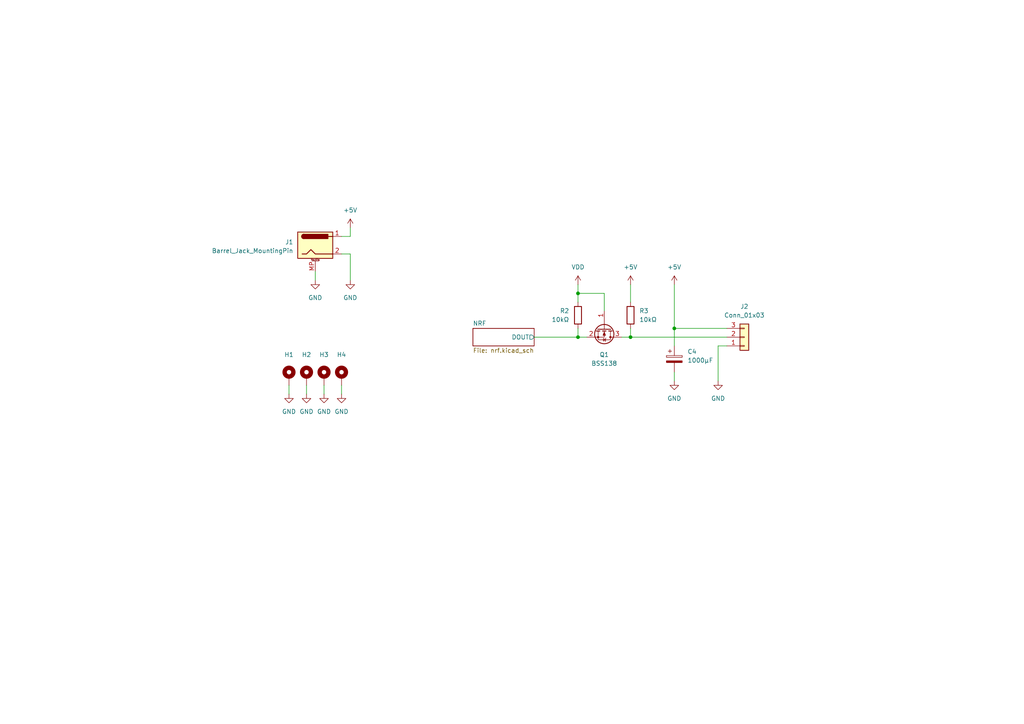
<source format=kicad_sch>
(kicad_sch (version 20230121) (generator eeschema)
  (paper "A4")
  (title_block (title "nrf-lumen") (date "2023-06-11") (rev "1") (company "Leon Rinkel") (comment 1 "leon@rinkel.me") (comment 2 "git.leon.fyi/nrf-lumen"))
  (lib_symbols
    (symbol "Connector:Barrel_Jack_MountingPin" (pin_names hide)
      (property "Reference" "J" (at 0 5.334 0))
      (property "Value" "Barrel_Jack_MountingPin" (at 1.27 -6.35 0))
      (symbol "Barrel_Jack_MountingPin_0_1"
        (rectangle (start -5.08 3.81) (end 5.08 -3.81) (stroke (width 0.254)) (fill (type background)))
        (arc (start -3.302 3.175) (mid -3.9343 2.54) (end -3.302 1.905) (stroke (width 0.254)))
        (arc (start -3.302 3.175) (mid -3.9343 2.54) (end -3.302 1.905) (stroke (width 0.254)) (fill (type outline)))
        (polyline (pts (xy 5.08 2.54) (xy 3.81 2.54)) (stroke (width 0.254)))
        (polyline (pts (xy -3.81 -2.54) (xy -2.54 -2.54) (xy -1.27 -1.27) (xy 0 -2.54) (xy 2.54 -2.54) (xy 5.08 -2.54)) (stroke (width 0.254)))
        (rectangle (start 3.683 3.175) (end -3.302 1.905) (stroke (width 0.254)) (fill (type outline)))
      )
      (symbol "Barrel_Jack_MountingPin_1_1"
        (polyline (pts (xy -1.016 -4.572) (xy 1.016 -4.572)) (stroke (width 0.1524)))
        (text "Mounting" (at 0 -4.191 0) (effects (font (size 0.381 0.381))))
        (pin passive line (at 7.62 2.54 180) (length 2.54) (name "~") (number "1"))
        (pin passive line (at 7.62 -2.54 180) (length 2.54) (name "~") (number "2"))
        (pin passive line (at 0 -7.62 90) (length 3.048) (name "MountPin") (number "MP"))
      )
    )
    (symbol "Connector_Generic:Conn_01x03" (pin_names (offset 1.016) hide)
      (property "Reference" "J" (at 0 5.08 0))
      (property "Value" "Conn_01x03" (at 0 -5.08 0))
      (symbol "Conn_01x03_1_1"
        (rectangle (start -1.27 -2.413) (end 0 -2.667) (stroke (width 0.1524)))
        (rectangle (start -1.27 0.127) (end 0 -0.127) (stroke (width 0.1524)))
        (rectangle (start -1.27 2.667) (end 0 2.413) (stroke (width 0.1524)))
        (rectangle (start -1.27 3.81) (end 1.27 -3.81) (stroke (width 0.254)) (fill (type background)))
        (pin passive line (at -5.08 2.54 0) (length 3.81) (name "Pin_1") (number "1"))
        (pin passive line (at -5.08 0 0) (length 3.81) (name "Pin_2") (number "2"))
        (pin passive line (at -5.08 -2.54 0) (length 3.81) (name "Pin_3") (number "3"))
      )
    )
    (symbol "Device:C_Polarized" (pin_numbers hide) (pin_names (offset 0.254))
      (property "Reference" "C" (at 0.635 2.54 0))
      (property "Value" "C_Polarized" (at 0.635 -2.54 0))
      (symbol "C_Polarized_0_1"
        (rectangle (start -2.286 0.508) (end 2.286 1.016))
        (polyline (pts (xy -1.778 2.286) (xy -0.762 2.286)))
        (polyline (pts (xy -1.27 2.794) (xy -1.27 1.778)))
        (rectangle (start 2.286 -0.508) (end -2.286 -1.016) (fill (type outline)))
      )
      (symbol "C_Polarized_1_1"
        (pin passive line (at 0 3.81 270) (length 2.794) (name "~") (number "1"))
        (pin passive line (at 0 -3.81 90) (length 2.794) (name "~") (number "2"))
      )
    )
    (symbol "Device:R" (pin_numbers hide) (pin_names (offset 0))
      (property "Reference" "R" (at 2.032 0 90))
      (property "Value" "R" (at 0 0 90))
      (symbol "R_0_1"
        (rectangle (start -1.016 -2.54) (end 1.016 2.54) (stroke (width 0.254)))
      )
      (symbol "R_1_1"
        (pin passive line (at 0 3.81 270) (length 1.27) (name "~") (number "1"))
        (pin passive line (at 0 -3.81 90) (length 1.27) (name "~") (number "2"))
      )
    )
    (symbol "Mechanical:MountingHole_Pad" (pin_numbers hide) (pin_names (offset 1.016) hide)
      (property "Reference" "H" (at 0 6.35 0))
      (property "Value" "MountingHole_Pad" (at 0 4.445 0))
      (symbol "MountingHole_Pad_0_1"
        (circle (center 0 1.27) (radius 1.27) (stroke (width 1.27)))
      )
      (symbol "MountingHole_Pad_1_1"
        (pin input line (at 0 -2.54 90) (length 2.54) (name "1") (number "1"))
      )
    )
    (symbol "Transistor_FET:BSS138" (pin_names hide)
      (property "Reference" "Q" (at 5.08 1.905 0))
      (property "Value" "BSS138" (at 5.08 0 0))
      (symbol "BSS138_0_1"
        (polyline (pts (xy 0.254 0) (xy -2.54 0)))
        (polyline (pts (xy 0.254 1.905) (xy 0.254 -1.905)) (stroke (width 0.254)))
        (polyline (pts (xy 0.762 -1.27) (xy 0.762 -2.286)) (stroke (width 0.254)))
        (polyline (pts (xy 0.762 0.508) (xy 0.762 -0.508)) (stroke (width 0.254)))
        (polyline (pts (xy 0.762 2.286) (xy 0.762 1.27)) (stroke (width 0.254)))
        (polyline (pts (xy 2.54 2.54) (xy 2.54 1.778)))
        (polyline (pts (xy 2.54 -2.54) (xy 2.54 0) (xy 0.762 0)))
        (polyline (pts (xy 0.762 -1.778) (xy 3.302 -1.778) (xy 3.302 1.778) (xy 0.762 1.778)))
        (polyline (pts (xy 1.016 0) (xy 2.032 0.381) (xy 2.032 -0.381) (xy 1.016 0)) (fill (type outline)))
        (polyline (pts (xy 2.794 0.508) (xy 2.921 0.381) (xy 3.683 0.381) (xy 3.81 0.254)))
        (polyline (pts (xy 3.302 0.381) (xy 2.921 -0.254) (xy 3.683 -0.254) (xy 3.302 0.381)))
        (circle (center 1.651 0) (radius 2.794) (stroke (width 0.254)))
        (circle (center 2.54 -1.778) (radius 0.254) (fill (type outline)))
        (circle (center 2.54 1.778) (radius 0.254) (fill (type outline)))
      )
      (symbol "BSS138_1_1"
        (pin input line (at -5.08 0 0) (length 2.54) (name "G") (number "1"))
        (pin passive line (at 2.54 -5.08 90) (length 2.54) (name "S") (number "2"))
        (pin passive line (at 2.54 5.08 270) (length 2.54) (name "D") (number "3"))
      )
    )
    (symbol "power:+5V" (power) (pin_names (offset 0))
      (property "Value" "+5V" (at 0 3.556 0))
      (symbol "+5V_0_1"
        (polyline (pts (xy -0.762 1.27) (xy 0 2.54)))
        (polyline (pts (xy 0 0) (xy 0 2.54)))
        (polyline (pts (xy 0 2.54) (xy 0.762 1.27)))
      )
      (symbol "+5V_1_1"
        (pin power_in line (at 0 0 90) (length 0) hide (name "+5V") (number "1"))
      )
    )
    (symbol "power:GND" (power) (pin_names (offset 0))
      (property "Value" "GND" (at 0 -3.81 0))
      (symbol "GND_0_1"
        (polyline (pts (xy 0 0) (xy 0 -1.27) (xy 1.27 -1.27) (xy 0 -2.54) (xy -1.27 -1.27) (xy 0 -1.27)))
      )
      (symbol "GND_1_1"
        (pin power_in line (at 0 0 270) (length 0) hide (name "GND") (number "1"))
      )
    )
    (symbol "power:VDD" (power) (pin_names (offset 0))
      (property "Value" "VDD" (at 0 3.81 0))
      (symbol "VDD_0_1"
        (polyline (pts (xy -0.762 1.27) (xy 0 2.54)))
        (polyline (pts (xy 0 0) (xy 0 2.54)))
        (polyline (pts (xy 0 2.54) (xy 0.762 1.27)))
      )
      (symbol "VDD_1_1"
        (pin power_in line (at 0 0 90) (length 0) hide (name "VDD") (number "1"))
      )
    )
  )
  (junction (at 195.58 95.25))
  (junction (at 167.64 97.79))
  (junction (at 182.88 97.79))
  (junction (at 167.64 85.09))
  (wire (pts (xy 175.26 85.09) (xy 175.26 90.17)))
  (wire (pts (xy 195.58 82.55) (xy 195.58 95.25)))
  (wire (pts (xy 88.9 111.76) (xy 88.9 114.3)))
  (wire (pts (xy 101.6 73.66) (xy 101.6 81.28)))
  (wire (pts (xy 195.58 107.95) (xy 195.58 110.49)))
  (wire (pts (xy 167.64 82.55) (xy 167.64 85.09)))
  (wire (pts (xy 99.06 111.76) (xy 99.06 114.3)))
  (wire (pts (xy 180.34 97.79) (xy 182.88 97.79)))
  (wire (pts (xy 154.94 97.79) (xy 167.64 97.79)))
  (wire (pts (xy 167.64 85.09) (xy 167.64 87.63)))
  (wire (pts (xy 99.06 68.58) (xy 101.6 68.58)))
  (wire (pts (xy 208.28 100.33) (xy 208.28 110.49)))
  (wire (pts (xy 91.44 78.74) (xy 91.44 81.28)))
  (wire (pts (xy 182.88 82.55) (xy 182.88 87.63)))
  (wire (pts (xy 182.88 97.79) (xy 182.88 95.25)))
  (wire (pts (xy 167.64 95.25) (xy 167.64 97.79)))
  (wire (pts (xy 99.06 73.66) (xy 101.6 73.66)))
  (wire (pts (xy 101.6 66.04) (xy 101.6 68.58)))
  (wire (pts (xy 195.58 95.25) (xy 210.82 95.25)))
  (wire (pts (xy 167.64 97.79) (xy 170.18 97.79)))
  (wire (pts (xy 93.98 111.76) (xy 93.98 114.3)))
  (wire (pts (xy 210.82 100.33) (xy 208.28 100.33)))
  (wire (pts (xy 167.64 85.09) (xy 175.26 85.09)))
  (wire (pts (xy 83.82 111.76) (xy 83.82 114.3)))
  (wire (pts (xy 182.88 97.79) (xy 210.82 97.79)))
  (wire (pts (xy 195.58 95.25) (xy 195.58 100.33)))
  (symbol (lib_id "power:+5V") (at 101.6 66.04 0) (unit 1)
    (property "Reference" "#PWR0110" (effects hide))
    (property "Value" "+5V" (at 101.6 60.96 0))
  )
  (symbol (lib_id "Device:R") (at 167.64 91.44 0) (unit 1)
    (property "Reference" "R2" (at 165.1 90.1699 0) (effects (justify right)))
    (property "Value" "10kΩ" (at 165.1 92.7099 0) (effects (justify right)))
    (property "Footprint" "Resistor_SMD:R_0402_1005Metric" (effects hide))
    (property "MFG" "YAGEO" (effects hide))
    (property "Order Code" "603-RC0402FR-0710KL" (effects hide))
    (property "MPN" "RC0402FR-0710KL" (effects hide))
  )
  (symbol (lib_id "Connector:Barrel_Jack_MountingPin") (at 91.44 71.12 0) (unit 1)
    (property "Reference" "J1" (at 85.09 70.2055 0) (effects (justify right)))
    (property "Value" "Barrel_Jack_MountingPin" (at 85.09 72.7455 0) (effects (justify right)))
    (property "Footprint" "Connector_BarrelJack:BarrelJack_CUI_PJ-063AH_Horizontal" (effects hide))
    (property "Order Code" "490-PJ-063AH" (effects hide))
    (property "MPN" "PJ-063AH" (effects hide))
    (property "MFG" "CUI Devices" (effects hide))
  )
  (symbol (lib_id "Mechanical:MountingHole_Pad") (at 88.9 109.22 0) (unit 1) (in_bom no)
    (property "Reference" "H2" (at 88.9 102.87 0))
    (property "Value" "MountingHole_Pad" (effects hide))
    (property "Footprint" "MountingHole:MountingHole_2.2mm_M2_Pad" (effects hide))
  )
  (symbol (lib_id "Device:C_Polarized") (at 195.58 104.14 0) (unit 1)
    (property "Reference" "C4" (at 199.39 101.9809 0) (effects (justify left)))
    (property "Value" "1000µF" (at 199.39 104.5209 0) (effects (justify left)))
    (property "Footprint" "Capacitor_THT:CP_Radial_D8.0mm_P3.50mm" (effects hide))
    (property "MFG" "KEMET" (effects hide))
    (property "Order Code" "80-ESK108M6R3AG3AA" (effects hide))
    (property "MPN" "ESK108M6R3AG3AA" (effects hide))
  )
  (symbol (lib_id "Connector_Generic:Conn_01x03") (at 215.9 97.79 0) (mirror x) (unit 1)
    (property "Reference" "J2" (at 215.9 88.9 0))
    (property "Value" "Conn_01x03" (at 215.9 91.44 0))
    (property "Footprint" "Connector_JST:JST_PH_S3B-PH-K_1x03_P2.00mm_Horizontal" (effects hide))
    (property "MFG" "SparkFun" (effects hide))
    (property "Order Code" "474-PRT-09750" (effects hide))
    (property "MPN" "PRT-09750" (effects hide))
  )
  (symbol (lib_id "power:+5V") (at 182.88 82.55 0) (unit 1)
    (property "Reference" "#PWR0106" (effects hide))
    (property "Value" "+5V" (at 182.88 77.47 0))
  )
  (symbol (lib_id "Transistor_FET:BSS138") (at 175.26 95.25 270) (unit 1)
    (property "Reference" "Q1" (at 175.26 102.87 90))
    (property "Value" "BSS138" (at 175.26 105.41 90))
    (property "Footprint" "Package_TO_SOT_SMD:SOT-23-3" (effects hide))
    (property "MFG" "Diodes Incorporated" (effects hide))
    (property "Order Code" "621-BSS138-7-F" (effects hide))
    (property "MPN" "BSS138-7-F" (effects hide))
  )
  (symbol (lib_id "power:GND") (at 93.98 114.3 0) (unit 1)
    (property "Reference" "#PWR0103" (effects hide))
    (property "Value" "GND" (at 93.98 119.38 0))
  )
  (symbol (lib_id "Mechanical:MountingHole_Pad") (at 83.82 109.22 0) (unit 1) (in_bom no)
    (property "Reference" "H1" (at 83.82 102.87 0))
    (property "Value" "MountingHole_Pad" (effects hide))
    (property "Footprint" "MountingHole:MountingHole_2.2mm_M2_Pad" (effects hide))
  )
  (symbol (lib_id "Device:R") (at 182.88 91.44 0) (unit 1)
    (property "Reference" "R3" (at 185.42 90.1699 0) (effects (justify left)))
    (property "Value" "10kΩ" (at 185.42 92.7099 0) (effects (justify left)))
    (property "Footprint" "Resistor_SMD:R_0402_1005Metric" (effects hide))
    (property "MFG" "YAGEO" (effects hide))
    (property "Order Code" "603-RC0402FR-0710KL" (effects hide))
    (property "MPN" "RC0402FR-0710KL" (effects hide))
  )
  (symbol (lib_id "power:GND") (at 195.58 110.49 0) (unit 1)
    (property "Reference" "#PWR0107" (effects hide))
    (property "Value" "GND" (at 195.58 115.57 0))
  )
  (symbol (lib_id "power:GND") (at 208.28 110.49 0) (unit 1)
    (property "Reference" "#PWR0108" (effects hide))
    (property "Value" "GND" (at 208.28 115.57 0))
  )
  (symbol (lib_id "power:GND") (at 91.44 81.28 0) (unit 1)
    (property "Reference" "#PWR0112" (effects hide))
    (property "Value" "GND" (at 91.44 86.36 0))
  )
  (symbol (lib_id "power:GND") (at 83.82 114.3 0) (unit 1)
    (property "Reference" "#PWR0101" (effects hide))
    (property "Value" "GND" (at 83.82 119.38 0))
  )
  (symbol (lib_id "power:+5V") (at 195.58 82.55 0) (unit 1)
    (property "Reference" "#PWR0105" (effects hide))
    (property "Value" "+5V" (at 195.58 77.47 0))
  )
  (symbol (lib_id "Mechanical:MountingHole_Pad") (at 93.98 109.22 0) (unit 1) (in_bom no)
    (property "Reference" "H3" (at 93.98 102.87 0))
    (property "Value" "MountingHole_Pad" (effects hide))
    (property "Footprint" "MountingHole:MountingHole_2.2mm_M2_Pad" (effects hide))
  )
  (symbol (lib_id "power:GND") (at 88.9 114.3 0) (unit 1)
    (property "Reference" "#PWR0102" (effects hide))
    (property "Value" "GND" (at 88.9 119.38 0))
  )
  (symbol (lib_id "power:GND") (at 99.06 114.3 0) (unit 1)
    (property "Reference" "#PWR0104" (effects hide))
    (property "Value" "GND" (at 99.06 119.38 0))
  )
  (symbol (lib_id "Mechanical:MountingHole_Pad") (at 99.06 109.22 0) (unit 1) (in_bom no)
    (property "Reference" "H4" (at 99.06 102.87 0))
    (property "Value" "MountingHole_Pad" (effects hide))
    (property "Footprint" "MountingHole:MountingHole_2.2mm_M2_Pad" (effects hide))
  )
  (symbol (lib_id "power:GND") (at 101.6 81.28 0) (unit 1)
    (property "Reference" "#PWR0111" (effects hide))
    (property "Value" "GND" (at 101.6 86.36 0))
  )
  (symbol (lib_id "power:VDD") (at 167.64 82.55 0) (unit 1)
    (property "Reference" "#PWR0109" (effects hide))
    (property "Value" "VDD" (at 167.64 77.47 0))
  )
  (sheet (at 137.16 95.25) (size 17.78 5.08) (stroke (width 0.1524))
    (property "Sheetname" "NRF" (at 137.16 94.5384 0) (effects (justify left bottom)))
    (property "Sheetfile" "nrf.kicad_sch" (at 137.16 100.9146 0) (effects (justify left top)))
    (pin "DOUT" output (at 154.94 97.79 0))
  )
)
</source>
